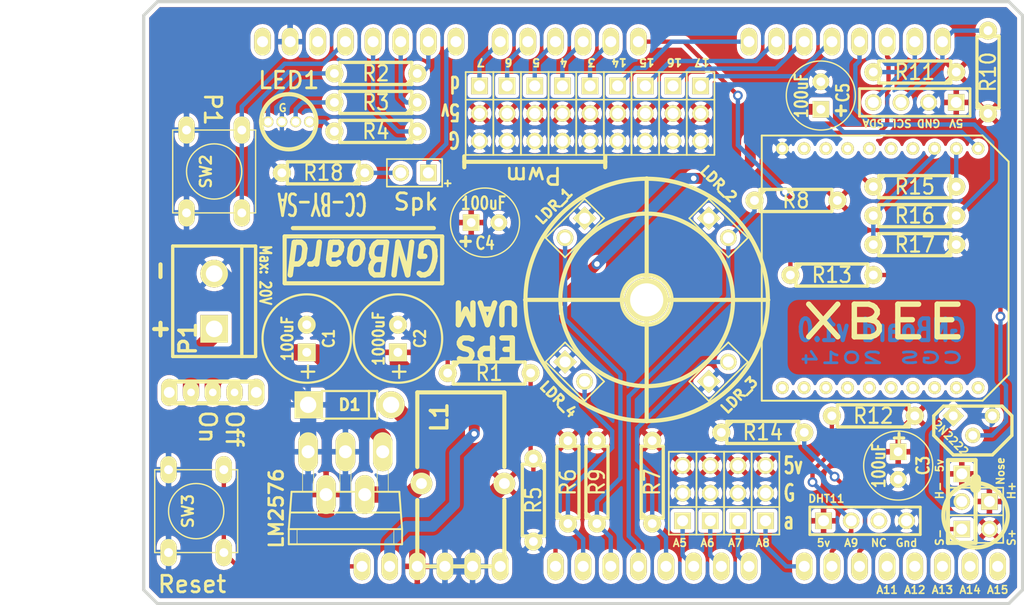
<source format=kicad_pcb>
(kicad_pcb (version 3) (host pcbnew "(2013-june-11)-stable")
  (title_block (title "GNBoard (Shield for Arduino Mega)") (comment 1 "License: CC-BY-SA") (comment 2 "By: Carlos Garcia Saura (Grupo de Neurocomputacion Biologica, EPS-UAM)"))
  (layers (15 CopperTop mixed) (0 CopperBtm mixed) (20 B.SilkS user) (21 F.SilkS user) (22 B.Mask user) (23 F.Mask user) (28 Edge.Cuts user))
  (net 0 "")
  (net 1 +3.3V)
  (net 2 +5V)
  (net 3 +BATT)
  (net 4 BattVolt)
  (net 5 Button1)
  (net 6 Buzzer)
  (net 7 CNY1)
  (net 8 CNY2)
  (net 9 CNY3)
  (net 10 CNY4)
  (net 11 DHTpin)
  (net 12 GND)
  (net 13 I2C_SCL)
  (net 14 I2C_SDA)
  (net 15 LDR1)
  (net 16 LDR2)
  (net 17 LDR3)
  (net 18 LDR4)
  (net 19 LedB)
  (net 20 LedG)
  (net 21 LedR)
  (net 22 N-0000011)
  (net 23 N-0000014)
  (net 24 N-0000016)
  (net 25 N-0000017)
  (net 26 N-0000023)
  (net 27 N-0000024)
  (net 28 N-0000027)
  (net 29 N-0000028)
  (net 30 N-0000037)
  (net 31 N-0000038)
  (net 32 Nose_Vout)
  (net 33 Nose_heat)
  (net 34 ResetB)
  (net 35 Servo1)
  (net 36 Servo2)
  (net 37 Servo3)
  (net 38 Servo4)
  (net 39 Servo5)
  (net 40 V_IR1)
  (net 41 V_IR2)
  (net 42 V_IR3)
  (net 43 V_IR4)
  (net 44 XB_DIN)
  (net 45 XB_DOUT)
  (module ARDUINO_MEGA_SHIELD_040pins_MOD (layer CopperTop) (at 37.5412 75.1078)
    (fp_text reference SHIELD1 hide)
    (fp_text value ARDUINO_MEGA_SHIELD hide)
    (pad 14 thru_hole oval (at 68.58 -50.8 90) (size 2.54 1.524) (drill 1.016) (layers *.Cu *.Mask F.SilkS) (net 7 CNY1))
    (pad 15 thru_hole oval (at 71.12 -50.8 90) (size 2.54 1.524) (drill 1.016) (layers *.Cu *.Mask F.SilkS) (net 8 CNY2))
    (pad 16 thru_hole oval (at 73.66 -50.8 90) (size 2.54 1.524) (drill 1.016) (layers *.Cu *.Mask F.SilkS) (net 9 CNY3))
    (pad 17 thru_hole oval (at 76.2 -50.8 90) (size 2.54 1.524) (drill 1.016) (layers *.Cu *.Mask F.SilkS) (net 10 CNY4))
    (pad 18 thru_hole oval (at 78.74 -50.8 90) (size 2.54 1.524) (drill 1.016) (layers *.Cu *.Mask F.SilkS) (net 44 XB_DIN))
    (pad 19 thru_hole oval (at 81.28 -50.8 90) (size 2.54 1.524) (drill 1.016) (layers *.Cu *.Mask F.SilkS) (net 45 XB_DOUT))
    (pad 20 thru_hole oval (at 83.82 -50.8 90) (size 2.54 1.524) (drill 1.016) (layers *.Cu *.Mask F.SilkS) (net 14 I2C_SDA))
    (pad 21 thru_hole oval (at 86.36 -50.8 90) (size 2.54 1.524) (drill 1.016) (layers *.Cu *.Mask F.SilkS) (net 13 I2C_SCL))
    (pad AD15 thru_hole oval (at 91.44 -2.54 90) (size 2.54 1.524) (drill 1.016) (layers *.Cu *.Mask F.SilkS))
    (pad AD14 thru_hole oval (at 88.9 -2.54 90) (size 2.54 1.524) (drill 1.016) (layers *.Cu *.Mask F.SilkS))
    (pad AD13 thru_hole oval (at 86.36 -2.54 90) (size 2.54 1.524) (drill 1.016) (layers *.Cu *.Mask F.SilkS))
    (pad AD12 thru_hole oval (at 83.82 -2.54 90) (size 2.54 1.524) (drill 1.016) (layers *.Cu *.Mask F.SilkS))
    (pad AD8 thru_hole oval (at 73.66 -2.54 90) (size 2.54 1.524) (drill 1.016) (layers *.Cu *.Mask F.SilkS) (net 43 V_IR4))
    (pad AD7 thru_hole oval (at 68.58 -2.54 90) (size 2.54 1.524) (drill 1.016) (layers *.Cu *.Mask F.SilkS) (net 42 V_IR3))
    (pad AD6 thru_hole oval (at 66.04 -2.54 90) (size 2.54 1.524) (drill 1.016) (layers *.Cu *.Mask F.SilkS) (net 41 V_IR2))
    (pad AD9 thru_hole oval (at 76.2 -2.54 90) (size 2.54 1.524) (drill 1.016) (layers *.Cu *.Mask F.SilkS) (net 11 DHTpin))
    (pad AD10 thru_hole oval (at 78.74 -2.54 90) (size 2.54 1.524) (drill 1.016) (layers *.Cu *.Mask F.SilkS) (net 32 Nose_Vout))
    (pad AD11 thru_hole oval (at 81.28 -2.54 90) (size 2.54 1.524) (drill 1.016) (layers *.Cu *.Mask F.SilkS))
    (pad AD5 thru_hole oval (at 63.5 -2.54 90) (size 2.54 1.524) (drill 1.016) (layers *.Cu *.Mask F.SilkS) (net 40 V_IR1))
    (pad AD4 thru_hole oval (at 60.96 -2.54 90) (size 2.54 1.524) (drill 1.016) (layers *.Cu *.Mask F.SilkS) (net 17 LDR3))
    (pad AD3 thru_hole oval (at 58.42 -2.54 90) (size 2.54 1.524) (drill 1.016) (layers *.Cu *.Mask F.SilkS) (net 16 LDR2))
    (pad AD0 thru_hole oval (at 50.8 -2.54 90) (size 2.54 1.524) (drill 1.016) (layers *.Cu *.Mask F.SilkS) (net 4 BattVolt))
    (pad AD1 thru_hole oval (at 53.34 -2.54 90) (size 2.54 1.524) (drill 1.016) (layers *.Cu *.Mask F.SilkS) (net 18 LDR4))
    (pad AD2 thru_hole oval (at 55.88 -2.54 90) (size 2.54 1.524) (drill 1.016) (layers *.Cu *.Mask F.SilkS) (net 15 LDR1))
    (pad V_IN thru_hole oval (at 45.72 -2.54 90) (size 2.54 1.524) (drill 1.016) (layers *.Cu *.Mask F.SilkS))
    (pad GND2 thru_hole oval (at 43.18 -2.54 90) (size 2.54 1.524) (drill 1.016) (layers *.Cu *.Mask F.SilkS) (net 12 GND))
    (pad GND1 thru_hole oval (at 40.64 -2.54 90) (size 2.54 1.524) (drill 1.016) (layers *.Cu *.Mask F.SilkS) (net 12 GND))
    (pad 3V3 thru_hole oval (at 35.56 -2.54 90) (size 2.54 1.524) (drill 1.016) (layers *.Cu *.Mask F.SilkS) (net 1 +3.3V))
    (pad RST thru_hole oval (at 33.02 -2.54 90) (size 2.54 1.524) (drill 1.016) (layers *.Cu *.Mask F.SilkS) (net 34 ResetB))
    (pad 2 thru_hole oval (at 58.42 -50.8 90) (size 2.54 1.524) (drill 1.016) (layers *.Cu *.Mask F.SilkS) (net 33 Nose_heat))
    (pad 3 thru_hole oval (at 55.88 -50.8 90) (size 2.54 1.524) (drill 1.016) (layers *.Cu *.Mask F.SilkS) (net 39 Servo5))
    (pad 4 thru_hole oval (at 53.34 -50.8 90) (size 2.54 1.524) (drill 1.016) (layers *.Cu *.Mask F.SilkS) (net 38 Servo4))
    (pad 5 thru_hole oval (at 50.8 -50.8 90) (size 2.54 1.524) (drill 1.016) (layers *.Cu *.Mask F.SilkS) (net 37 Servo3))
    (pad 6 thru_hole oval (at 48.26 -50.8 90) (size 2.54 1.524) (drill 1.016) (layers *.Cu *.Mask F.SilkS) (net 36 Servo2))
    (pad 7 thru_hole oval (at 45.72 -50.8 90) (size 2.54 1.524) (drill 1.016) (layers *.Cu *.Mask F.SilkS) (net 35 Servo1))
    (pad 8 thru_hole oval (at 41.656 -50.8 90) (size 2.54 1.524) (drill 1.016) (layers *.Cu *.Mask F.SilkS) (net 6 Buzzer))
    (pad 9 thru_hole oval (at 39.116 -50.8 90) (size 2.54 1.524) (drill 1.016) (layers *.Cu *.Mask F.SilkS) (net 21 LedR))
    (pad 10 thru_hole oval (at 36.576 -50.8 90) (size 2.54 1.524) (drill 1.016) (layers *.Cu *.Mask F.SilkS) (net 20 LedG))
    (pad 11 thru_hole oval (at 34.036 -50.8 90) (size 2.54 1.524) (drill 1.016) (layers *.Cu *.Mask F.SilkS) (net 19 LedB))
    (pad 12 thru_hole oval (at 31.496 -50.8 90) (size 2.54 1.524) (drill 1.016) (layers *.Cu *.Mask F.SilkS) (net 5 Button1))
    (pad 13 thru_hole oval (at 28.956 -50.8 90) (size 2.54 1.524) (drill 1.016) (layers *.Cu *.Mask F.SilkS))
    (pad GND3 thru_hole oval (at 26.416 -50.8 90) (size 2.54 1.524) (drill 1.016) (layers *.Cu *.Mask F.SilkS) (net 12 GND))
    (pad AREF thru_hole oval (at 23.876 -50.8 90) (size 2.54 1.524) (drill 1.016) (layers *.Cu *.Mask F.SilkS))
    (pad 5V thru_hole oval (at 38.1 -2.54 90) (size 2.54 1.524) (drill 1.016) (layers *.Cu *.Mask F.SilkS) (net 2 +5V))
  )
  (module DO41_3 (layer CopperTop) (at 69.4182 57.7088)
    (fp_text reference D1 (at 0 0) (layer F.SilkS) (effects (font (size 1.016 1.016) (thickness 0.254))))
    (fp_text value 1N5822 hide)
    (pad 1 thru_hole rect (at -3.81 0) (size 2.5 2.5) (drill 1.5) (layers *.Cu *.Mask F.SilkS) (net 12 GND))
    (pad 2 thru_hole circle (at 3.81 0) (size 2.5 2.5) (drill 1.5) (layers *.Cu *.Mask F.SilkS) (net 26 N-0000023))
  )
  (module bornier2 (layer CopperTop) (at 56.9722 48.1838 90)
    (fp_text reference P1 (at -3.429 -2.413 90) (layer F.SilkS) (effects (font (size 1.524 1.524) (thickness 0.3048))))
    (fp_text value Battery hide)
    (pad 1 thru_hole rect (at -2.54 0 90) (size 2.54 2.54) (drill 1.524) (layers *.Cu *.Mask F.SilkS) (net 27 N-0000024))
    (pad 2 thru_hole circle (at 2.54 0 90) (size 2.54 2.54) (drill 1.524) (layers *.Cu *.Mask F.SilkS) (net 12 GND))
  )
  (module R3-LARGE_PADS (layer CopperTop) (at 82.2452 54.7878)
    (fp_text reference R1 (at 0 0) (layer F.SilkS) (effects (font (size 1.397 1.27) (thickness 0.2032))))
    (fp_text value 62k hide)
    (pad 1 thru_hole circle (at -3.81 0) (size 1.651 1.651) (drill 0.8128) (layers *.Cu *.Mask F.SilkS) (net 3 +BATT))
    (pad 2 thru_hole circle (at 3.81 0) (size 1.651 1.651) (drill 0.8128) (layers *.Cu *.Mask F.SilkS) (net 4 BattVolt))
  )
  (module R3-LARGE_PADS (layer CopperTop) (at 71.8312 27.2288 180)
    (fp_text reference R2 (at 0 0 180) (layer F.SilkS) (effects (font (size 1.397 1.27) (thickness 0.2032))))
    (fp_text value 330 hide)
    (pad 1 thru_hole circle (at -3.81 0 180) (size 1.651 1.651) (drill 0.8128) (layers *.Cu *.Mask F.SilkS) (net 21 LedR))
    (pad 2 thru_hole circle (at 3.81 0 180) (size 1.651 1.651) (drill 0.8128) (layers *.Cu *.Mask F.SilkS) (net 25 N-0000017))
  )
  (module R3-LARGE_PADS (layer CopperTop) (at 71.8312 29.8958 180)
    (fp_text reference R3 (at 0 0 180) (layer F.SilkS) (effects (font (size 1.397 1.27) (thickness 0.2032))))
    (fp_text value 330 hide)
    (pad 1 thru_hole circle (at -3.81 0 180) (size 1.651 1.651) (drill 0.8128) (layers *.Cu *.Mask F.SilkS) (net 20 LedG))
    (pad 2 thru_hole circle (at 3.81 0 180) (size 1.651 1.651) (drill 0.8128) (layers *.Cu *.Mask F.SilkS) (net 22 N-0000011))
  )
  (module R3-LARGE_PADS (layer CopperTop) (at 71.8312 32.5628 180)
    (fp_text reference R4 (at 0 0 180) (layer F.SilkS) (effects (font (size 1.397 1.27) (thickness 0.2032))))
    (fp_text value 330 hide)
    (pad 1 thru_hole circle (at -3.81 0 180) (size 1.651 1.651) (drill 0.8128) (layers *.Cu *.Mask F.SilkS) (net 19 LedB))
    (pad 2 thru_hole circle (at 3.81 0 180) (size 1.651 1.651) (drill 0.8128) (layers *.Cu *.Mask F.SilkS) (net 24 N-0000016))
  )
  (module R3-LARGE_PADS (layer CopperTop) (at 86.3092 66.4718 270)
    (fp_text reference R5 (at 0 0 270) (layer F.SilkS) (effects (font (size 1.397 1.27) (thickness 0.2032))))
    (fp_text value 20k hide)
    (pad 1 thru_hole circle (at -3.81 0 270) (size 1.651 1.651) (drill 0.8128) (layers *.Cu *.Mask F.SilkS) (net 4 BattVolt))
    (pad 2 thru_hole circle (at 3.81 0 270) (size 1.651 1.651) (drill 0.8128) (layers *.Cu *.Mask F.SilkS) (net 12 GND))
  )
  (module R3-LARGE_PADS (layer CopperTop) (at 89.4842 64.8208 90)
    (fp_text reference R6 (at 0 0 90) (layer F.SilkS) (effects (font (size 1.397 1.27) (thickness 0.2032))))
    (fp_text value 33k hide)
    (pad 1 thru_hole circle (at -3.81 0 90) (size 1.651 1.651) (drill 0.8128) (layers *.Cu *.Mask F.SilkS) (net 18 LDR4))
    (pad 2 thru_hole circle (at 3.81 0 90) (size 1.651 1.651) (drill 0.8128) (layers *.Cu *.Mask F.SilkS) (net 2 +5V))
  )
  (module R3-LARGE_PADS (layer CopperTop) (at 97.2312 64.8208 90)
    (fp_text reference R7 (at 0 0 90) (layer F.SilkS) (effects (font (size 1.397 1.27) (thickness 0.2032))))
    (fp_text value 33k hide)
    (pad 1 thru_hole circle (at -3.81 0 90) (size 1.651 1.651) (drill 0.8128) (layers *.Cu *.Mask F.SilkS) (net 17 LDR3))
    (pad 2 thru_hole circle (at 3.81 0 90) (size 1.651 1.651) (drill 0.8128) (layers *.Cu *.Mask F.SilkS) (net 2 +5V))
  )
  (module R3-LARGE_PADS (layer CopperTop) (at 110.4392 38.9128)
    (fp_text reference R8 (at 0 0) (layer F.SilkS) (effects (font (size 1.397 1.27) (thickness 0.2032))))
    (fp_text value 33k hide)
    (pad 1 thru_hole circle (at -3.81 0) (size 1.651 1.651) (drill 0.8128) (layers *.Cu *.Mask F.SilkS) (net 16 LDR2))
    (pad 2 thru_hole circle (at 3.81 0) (size 1.651 1.651) (drill 0.8128) (layers *.Cu *.Mask F.SilkS) (net 2 +5V))
  )
  (module R3-LARGE_PADS (layer CopperTop) (at 92.1512 64.8208 90)
    (fp_text reference R9 (at 0 0 90) (layer F.SilkS) (effects (font (size 1.397 1.27) (thickness 0.2032))))
    (fp_text value 33k hide)
    (pad 1 thru_hole circle (at -3.81 0 90) (size 1.651 1.651) (drill 0.8128) (layers *.Cu *.Mask F.SilkS) (net 15 LDR1))
    (pad 2 thru_hole circle (at 3.81 0 90) (size 1.651 1.651) (drill 0.8128) (layers *.Cu *.Mask F.SilkS) (net 2 +5V))
  )
  (module PIN_ARRAY_3X1 (layer CopperTop) (at 100.0252 65.8368 90)
    (fp_text reference K1 hide)
    (fp_text value IR1 hide)
    (pad 1 thru_hole rect (at -2.54 0 90) (size 1.524 1.524) (drill 1.016) (layers *.Cu *.Mask F.SilkS) (net 40 V_IR1))
    (pad 2 thru_hole circle (at 0 0 90) (size 1.524 1.524) (drill 1.016) (layers *.Cu *.Mask F.SilkS) (net 12 GND))
    (pad 3 thru_hole circle (at 2.54 0 90) (size 1.524 1.524) (drill 1.016) (layers *.Cu *.Mask F.SilkS) (net 2 +5V))
  )
  (module PIN_ARRAY_3X1 (layer CopperTop) (at 102.5652 65.8368 90)
    (fp_text reference K2 hide)
    (fp_text value IR2 hide)
    (pad 1 thru_hole rect (at -2.54 0 90) (size 1.524 1.524) (drill 1.016) (layers *.Cu *.Mask F.SilkS) (net 41 V_IR2))
    (pad 2 thru_hole circle (at 0 0 90) (size 1.524 1.524) (drill 1.016) (layers *.Cu *.Mask F.SilkS) (net 12 GND))
    (pad 3 thru_hole circle (at 2.54 0 90) (size 1.524 1.524) (drill 1.016) (layers *.Cu *.Mask F.SilkS) (net 2 +5V))
  )
  (module PIN_ARRAY_2X1 (layer CopperTop) (at 75.3872 36.3728 180)
    (fp_text reference P3 hide)
    (fp_text value Spk (at -0.127 -2.667 180) (layer F.SilkS) (effects (font (size 1.524 1.524) (thickness 0.25))))
    (pad 1 thru_hole rect (at -1.27 0 180) (size 1.524 1.524) (drill 1.016) (layers *.Cu *.Mask F.SilkS) (net 6 Buzzer))
    (pad 2 thru_hole circle (at 1.27 0 180) (size 1.524 1.524) (drill 1.016) (layers *.Cu *.Mask F.SilkS) (net 23 N-0000014))
  )
  (module PIN_ARRAY_3X1 (layer CopperTop) (at 81.3562 30.9118 270)
    (fp_text reference K3 hide)
    (fp_text value SERVO_1 hide)
    (pad 1 thru_hole rect (at -2.54 0 270) (size 1.524 1.524) (drill 1.016) (layers *.Cu *.Mask F.SilkS) (net 35 Servo1))
    (pad 2 thru_hole circle (at 0 0 270) (size 1.524 1.524) (drill 1.016) (layers *.Cu *.Mask F.SilkS) (net 2 +5V))
    (pad 3 thru_hole circle (at 2.54 0 270) (size 1.524 1.524) (drill 1.016) (layers *.Cu *.Mask F.SilkS) (net 12 GND))
  )
  (module PIN_ARRAY_3X1 (layer CopperTop) (at 83.8962 30.9118 270)
    (fp_text reference K4 hide)
    (fp_text value SERVO_2 hide)
    (pad 1 thru_hole rect (at -2.54 0 270) (size 1.524 1.524) (drill 1.016) (layers *.Cu *.Mask F.SilkS) (net 36 Servo2))
    (pad 2 thru_hole circle (at 0 0 270) (size 1.524 1.524) (drill 1.016) (layers *.Cu *.Mask F.SilkS) (net 2 +5V))
    (pad 3 thru_hole circle (at 2.54 0 270) (size 1.524 1.524) (drill 1.016) (layers *.Cu *.Mask F.SilkS) (net 12 GND))
  )
  (module PIN_ARRAY_3X1 (layer CopperTop) (at 86.4362 30.9118 270)
    (fp_text reference K5 hide)
    (fp_text value SERVO_3 hide)
    (pad 1 thru_hole rect (at -2.54 0 270) (size 1.524 1.524) (drill 1.016) (layers *.Cu *.Mask F.SilkS) (net 37 Servo3))
    (pad 2 thru_hole circle (at 0 0 270) (size 1.524 1.524) (drill 1.016) (layers *.Cu *.Mask F.SilkS) (net 2 +5V))
    (pad 3 thru_hole circle (at 2.54 0 270) (size 1.524 1.524) (drill 1.016) (layers *.Cu *.Mask F.SilkS) (net 12 GND))
  )
  (module PIN_ARRAY_3X1 (layer CopperTop) (at 88.9762 30.9118 270)
    (fp_text reference K6 hide)
    (fp_text value SERVO_4 hide)
    (pad 1 thru_hole rect (at -2.54 0 270) (size 1.524 1.524) (drill 1.016) (layers *.Cu *.Mask F.SilkS) (net 38 Servo4))
    (pad 2 thru_hole circle (at 0 0 270) (size 1.524 1.524) (drill 1.016) (layers *.Cu *.Mask F.SilkS) (net 2 +5V))
    (pad 3 thru_hole circle (at 2.54 0 270) (size 1.524 1.524) (drill 1.016) (layers *.Cu *.Mask F.SilkS) (net 12 GND))
  )
  (module PIN_ARRAY_3X1 (layer CopperTop) (at 91.5162 30.9118 270)
    (fp_text reference K7 hide)
    (fp_text value SERVO_5 hide)
    (pad 1 thru_hole rect (at -2.54 0 270) (size 1.524 1.524) (drill 1.016) (layers *.Cu *.Mask F.SilkS) (net 39 Servo5))
    (pad 2 thru_hole circle (at 0 0 270) (size 1.524 1.524) (drill 1.016) (layers *.Cu *.Mask F.SilkS) (net 2 +5V))
    (pad 3 thru_hole circle (at 2.54 0 270) (size 1.524 1.524) (drill 1.016) (layers *.Cu *.Mask F.SilkS) (net 12 GND))
  )
  (module PIN_ARRAY_3X1 (layer CopperTop) (at 105.1052 65.8368 90)
    (fp_text reference K9 hide)
    (fp_text value IR3 hide)
    (pad 1 thru_hole rect (at -2.54 0 90) (size 1.524 1.524) (drill 1.016) (layers *.Cu *.Mask F.SilkS) (net 42 V_IR3))
    (pad 2 thru_hole circle (at 0 0 90) (size 1.524 1.524) (drill 1.016) (layers *.Cu *.Mask F.SilkS) (net 12 GND))
    (pad 3 thru_hole circle (at 2.54 0 90) (size 1.524 1.524) (drill 1.016) (layers *.Cu *.Mask F.SilkS) (net 2 +5V))
  )
  (module PIN_ARRAY_3X1 (layer CopperTop) (at 107.6452 65.8368 90)
    (fp_text reference K10 hide)
    (fp_text value IR4 hide)
    (pad 1 thru_hole rect (at -2.54 0 90) (size 1.524 1.524) (drill 1.016) (layers *.Cu *.Mask F.SilkS) (net 43 V_IR4))
    (pad 2 thru_hole circle (at 0 0 90) (size 1.524 1.524) (drill 1.016) (layers *.Cu *.Mask F.SilkS) (net 12 GND))
    (pad 3 thru_hole circle (at 2.54 0 90) (size 1.524 1.524) (drill 1.016) (layers *.Cu *.Mask F.SilkS) (net 2 +5V))
  )
  (module PIN_ARRAY_4x1 (layer CopperTop) (at 121.3612 29.8958 180)
    (fp_text reference P4 hide)
    (fp_text value I2C_1 hide)
    (pad 1 thru_hole rect (at -3.81 0 180) (size 1.524 1.524) (drill 1.016) (layers *.Cu *.Mask F.SilkS) (net 2 +5V))
    (pad 2 thru_hole circle (at -1.27 0 180) (size 1.524 1.524) (drill 1.016) (layers *.Cu *.Mask F.SilkS) (net 12 GND))
    (pad 3 thru_hole circle (at 1.27 0 180) (size 1.524 1.524) (drill 1.016) (layers *.Cu *.Mask F.SilkS) (net 13 I2C_SCL))
    (pad 4 thru_hole circle (at 3.81 0 180) (size 1.524 1.524) (drill 1.016) (layers *.Cu *.Mask F.SilkS) (net 14 I2C_SDA))
  )
  (module R3-LARGE_PADS (layer CopperTop) (at 128.0922 27.1018 90)
    (fp_text reference R10 (at 0 0 90) (layer F.SilkS) (effects (font (size 1.397 1.27) (thickness 0.2032))))
    (fp_text value R hide)
    (pad 1 thru_hole circle (at -3.81 0 90) (size 1.651 1.651) (drill 0.8128) (layers *.Cu *.Mask F.SilkS) (net 2 +5V))
    (pad 2 thru_hole circle (at 3.81 0 90) (size 1.651 1.651) (drill 0.8128) (layers *.Cu *.Mask F.SilkS) (net 13 I2C_SCL))
  )
  (module R3-LARGE_PADS (layer CopperTop) (at 121.3612 27.1018 180)
    (fp_text reference R11 (at 0 0 180) (layer F.SilkS) (effects (font (size 1.397 1.27) (thickness 0.2032))))
    (fp_text value R hide)
    (pad 1 thru_hole circle (at -3.81 0 180) (size 1.651 1.651) (drill 0.8128) (layers *.Cu *.Mask F.SilkS) (net 2 +5V))
    (pad 2 thru_hole circle (at 3.81 0 180) (size 1.651 1.651) (drill 0.8128) (layers *.Cu *.Mask F.SilkS) (net 14 I2C_SDA))
  )
  (module PIN_ARRAY_3X1 (layer CopperTop) (at 94.0562 30.9118 270)
    (fp_text reference K11 hide)
    (fp_text value CNY_1 hide)
    (pad 1 thru_hole rect (at -2.54 0 270) (size 1.524 1.524) (drill 1.016) (layers *.Cu *.Mask F.SilkS) (net 7 CNY1))
    (pad 2 thru_hole circle (at 0 0 270) (size 1.524 1.524) (drill 1.016) (layers *.Cu *.Mask F.SilkS) (net 2 +5V))
    (pad 3 thru_hole circle (at 2.54 0 270) (size 1.524 1.524) (drill 1.016) (layers *.Cu *.Mask F.SilkS) (net 12 GND))
  )
  (module PIN_ARRAY_3X1 (layer CopperTop) (at 96.5962 30.9118 270)
    (fp_text reference K12 hide)
    (fp_text value CNY_2 hide)
    (pad 1 thru_hole rect (at -2.54 0 270) (size 1.524 1.524) (drill 1.016) (layers *.Cu *.Mask F.SilkS) (net 8 CNY2))
    (pad 2 thru_hole circle (at 0 0 270) (size 1.524 1.524) (drill 1.016) (layers *.Cu *.Mask F.SilkS) (net 2 +5V))
    (pad 3 thru_hole circle (at 2.54 0 270) (size 1.524 1.524) (drill 1.016) (layers *.Cu *.Mask F.SilkS) (net 12 GND))
  )
  (module PIN_ARRAY_3X1 (layer CopperTop) (at 99.1362 30.9118 270)
    (fp_text reference K13 hide)
    (fp_text value CNY_3 hide)
    (pad 1 thru_hole rect (at -2.54 0 270) (size 1.524 1.524) (drill 1.016) (layers *.Cu *.Mask F.SilkS) (net 9 CNY3))
    (pad 2 thru_hole circle (at 0 0 270) (size 1.524 1.524) (drill 1.016) (layers *.Cu *.Mask F.SilkS) (net 2 +5V))
    (pad 3 thru_hole circle (at 2.54 0 270) (size 1.524 1.524) (drill 1.016) (layers *.Cu *.Mask F.SilkS) (net 12 GND))
  )
  (module PIN_ARRAY_3X1 (layer CopperTop) (at 101.6762 30.9118 270)
    (fp_text reference K14 hide)
    (fp_text value CNY_4 hide)
    (pad 1 thru_hole rect (at -2.54 0 270) (size 1.524 1.524) (drill 1.016) (layers *.Cu *.Mask F.SilkS) (net 10 CNY4))
    (pad 2 thru_hole circle (at 0 0 270) (size 1.524 1.524) (drill 1.016) (layers *.Cu *.Mask F.SilkS) (net 2 +5V))
    (pad 3 thru_hole circle (at 2.54 0 270) (size 1.524 1.524) (drill 1.016) (layers *.Cu *.Mask F.SilkS) (net 12 GND))
  )
  (module C1V7 (layer CopperTop) (at 119.8372 63.2968 270)
    (fp_text reference C3 (at 0 -2.286 270) (layer F.SilkS) (effects (font (size 1.143 0.889) (thickness 0.2032))))
    (fp_text value 100uF (at 0 1.778 270) (layer F.SilkS) (effects (font (size 1.143 0.889) (thickness 0.2032))))
    (fp_text user + (at -2.54 0 270) (layer F.SilkS) (effects (font (size 1.143 1.143) (thickness 0.3048))))
    (pad 1 thru_hole rect (at -1.27 0 270) (size 1.524 1.524) (drill 0.8128) (layers *.Cu *.Mask F.SilkS) (net 2 +5V))
    (pad 2 thru_hole circle (at 1.27 0 270) (size 1.524 1.524) (drill 0.8128) (layers *.Cu *.Mask F.SilkS) (net 12 GND))
  )
  (module C1V8 (layer CopperTop) (at 73.8632 51.6128 90)
    (fp_text reference C2 (at 0 2.032 90) (layer F.SilkS) (effects (font (size 1.016 0.889) (thickness 0.2032))))
    (fp_text value 1000uF (at 0 -1.77546 90) (layer F.SilkS) (effects (font (size 1.016 0.889) (thickness 0.2032))))
    (fp_text user + (at -3.04546 0 90) (layer F.SilkS) (effects (font (size 1.524 1.524) (thickness 0.2032))))
    (pad 1 thru_hole rect (at -1.27 0 90) (size 1.651 1.651) (drill 0.8128) (layers *.Cu *.Mask F.SilkS) (net 2 +5V))
    (pad 2 thru_hole circle (at 1.27 0 90) (size 1.651 1.651) (drill 0.8128) (layers *.Cu *.Mask F.SilkS) (net 12 GND))
  )
  (module SW_PUSH_SMALL (layer CopperTop) (at 55.3212 67.4878 90)
    (fp_text reference SW3 (at 0 -0.762 90) (layer F.SilkS) (effects (font (size 1.016 1.016) (thickness 0.2032))))
    (fp_text value SW_PUSH hide)
    (pad 1 thru_hole oval (at 3.81 -2.54 90) (size 2.5 1.5) (drill 0.8128) (layers *.Cu *.Mask F.SilkS) (net 12 GND))
    (pad 2 thru_hole oval (at 3.81 2.54 90) (size 2.5 1.5) (drill 0.8128) (layers *.Cu *.Mask F.SilkS) (net 34 ResetB))
    (pad 1 thru_hole oval (at -3.81 -2.54 90) (size 2.5 1.5) (drill 0.8128) (layers *.Cu *.Mask F.SilkS) (net 12 GND))
    (pad 2 thru_hole oval (at -3.81 2.54 90) (size 2.5 1.5) (drill 0.8128) (layers *.Cu *.Mask F.SilkS) (net 34 ResetB))
  )
  (module SW_PUSH_SMALL (layer CopperTop) (at 56.9722 36.2458 90)
    (fp_text reference SW2 (at 0 -0.762 90) (layer F.SilkS) (effects (font (size 1.016 1.016) (thickness 0.2032))))
    (fp_text value SW_PUSH hide)
    (pad 1 thru_hole oval (at 3.81 -2.54 90) (size 2.5 1.5) (drill 0.8128) (layers *.Cu *.Mask F.SilkS) (net 12 GND))
    (pad 2 thru_hole oval (at 3.81 2.54 90) (size 2.5 1.5) (drill 0.8128) (layers *.Cu *.Mask F.SilkS) (net 5 Button1))
    (pad 1 thru_hole oval (at -3.81 -2.54 90) (size 2.5 1.5) (drill 0.8128) (layers *.Cu *.Mask F.SilkS) (net 12 GND))
    (pad 2 thru_hole oval (at -3.81 2.54 90) (size 2.5 1.5) (drill 0.8128) (layers *.Cu *.Mask F.SilkS) (net 5 Button1))
  )
  (module C1V8 (layer CopperTop) (at 65.4812 51.6128 90)
    (fp_text reference C1 (at 0 2.032 90) (layer F.SilkS) (effects (font (size 1.016 0.889) (thickness 0.2032))))
    (fp_text value 100uF (at 0 -1.77546 90) (layer F.SilkS) (effects (font (size 1.016 0.889) (thickness 0.2032))))
    (fp_text user + (at -3.04546 0 90) (layer F.SilkS) (effects (font (size 1.524 1.524) (thickness 0.2032))))
    (pad 1 thru_hole rect (at -1.27 0 90) (size 1.651 1.651) (drill 0.8128) (layers *.Cu *.Mask F.SilkS) (net 3 +BATT))
    (pad 2 thru_hole circle (at 1.27 0 90) (size 1.651 1.651) (drill 0.8128) (layers *.Cu *.Mask F.SilkS) (net 12 GND))
  )
  (module switch_power_custom (layer CopperTop) (at 56.8452 56.5658)
    (fp_text reference SW1 hide)
    (fp_text value PowerSwitch hide)
    (pad 1 thru_hole oval (at -2 0) (size 1.5 2) (drill 0.7) (layers *.Cu *.Mask F.SilkS) (net 27 N-0000024))
    (pad 2 thru_hole oval (at 0 0) (size 1.5 2) (drill 0.7) (layers *.Cu *.Mask F.SilkS) (net 3 +BATT))
    (pad 3 thru_hole oval (at 2 0) (size 1.5 2) (drill 0.7) (layers *.Cu *.Mask F.SilkS))
    (pad "" thru_hole oval (at 4 0) (size 1.5 2.5) (drill 1) (layers *.Cu *.Mask F.SilkS))
    (pad "" thru_hole oval (at -4 0) (size 1.5 2.5) (drill 1) (layers *.Cu *.Mask F.SilkS))
  )
  (module LED5_RGB_long (layer CopperTop) (at 63.8302 31.6738)
    (fp_text reference LED1 (at 0 -3.81) (layer F.SilkS) (effects (font (size 1.524 1.524) (thickness 0.25))))
    (fp_text value LED_RCGB hide)
    (pad 1 thru_hole circle (at -1.905 0) (size 1.00076 1.00076) (drill 0.70104) (layers *.Cu *.Mask F.SilkS) (net 25 N-0000017))
    (pad 2 thru_hole circle (at -0.635 0) (size 1.00076 1.00076) (drill 0.70104) (layers *.Cu *.Mask F.SilkS) (net 12 GND))
    (pad 3 thru_hole circle (at 0.635 0) (size 1.00076 1.00076) (drill 0.70104) (layers *.Cu *.Mask F.SilkS) (net 22 N-0000011))
    (pad 4 thru_hole circle (at 1.905 0) (size 1.00076 1.00076) (drill 0.70104) (layers *.Cu *.Mask F.SilkS) (net 24 N-0000016))
  )
  (module Choke_Toroid_8x16mm_Vertical (layer CopperTop) (at 83.6422 72.5678 90)
    (fp_text reference L1 (at 13.716 -5.969 90) (layer F.SilkS) (effects (font (size 1.524 1.524) (thickness 0.3048))))
    (fp_text value 100uH hide)
    (pad 1 thru_hole circle (at 7.62 0 90) (size 1.99898 1.99898) (drill 1.00076) (layers *.Cu *.Mask F.SilkS) (net 2 +5V))
    (pad 2 thru_hole circle (at 7.62 -7.62 90) (size 1.99898 1.99898) (drill 1.00076) (layers *.Cu *.Mask F.SilkS) (net 26 N-0000023))
  )
  (module C1V7 (layer CopperTop) (at 112.7252 29.2608 90)
    (fp_text reference C5 (at 0.254 2.032 90) (layer F.SilkS) (effects (font (size 1.143 0.889) (thickness 0.2032))))
    (fp_text value 100uF (at 0 -1.778 90) (layer F.SilkS) (effects (font (size 1.143 0.889) (thickness 0.2032))))
    (fp_text user + (at -1.397 1.778 90) (layer F.SilkS) (effects (font (size 1.143 1.143) (thickness 0.3048))))
    (pad 1 thru_hole rect (at -1.27 0 90) (size 1.524 1.524) (drill 0.8128) (layers *.Cu *.Mask F.SilkS) (net 1 +3.3V))
    (pad 2 thru_hole circle (at 1.27 0 90) (size 1.524 1.524) (drill 0.8128) (layers *.Cu *.Mask F.SilkS) (net 12 GND))
  )
  (module R3-LARGE_PADS (layer CopperTop) (at 121.3612 40.3098 180)
    (fp_text reference R16 (at 0 0 180) (layer F.SilkS) (effects (font (size 1.397 1.27) (thickness 0.2032))))
    (fp_text value 4k7 hide)
    (pad 1 thru_hole circle (at -3.81 0 180) (size 1.651 1.651) (drill 0.8128) (layers *.Cu *.Mask F.SilkS) (net 44 XB_DIN))
    (pad 2 thru_hole circle (at 3.81 0 180) (size 1.651 1.651) (drill 0.8128) (layers *.Cu *.Mask F.SilkS) (net 28 N-0000027))
  )
  (module R3-LARGE_PADS (layer CopperTop) (at 121.3612 42.9768 180)
    (fp_text reference R17 (at 0 0 180) (layer F.SilkS) (effects (font (size 1.397 1.27) (thickness 0.2032))))
    (fp_text value 7k5 hide)
    (pad 1 thru_hole circle (at -3.81 0 180) (size 1.651 1.651) (drill 0.8128) (layers *.Cu *.Mask F.SilkS) (net 12 GND))
    (pad 2 thru_hole circle (at 3.81 0 180) (size 1.651 1.651) (drill 0.8128) (layers *.Cu *.Mask F.SilkS) (net 28 N-0000027))
  )
  (module R3-LARGE_PADS (layer CopperTop) (at 121.3612 37.6428)
    (fp_text reference R15 (at 0 0) (layer F.SilkS) (effects (font (size 1.397 1.27) (thickness 0.2032))))
    (fp_text value 4k7 hide)
    (pad 1 thru_hole circle (at -3.81 0) (size 1.651 1.651) (drill 0.8128) (layers *.Cu *.Mask F.SilkS) (net 45 XB_DOUT))
    (pad 2 thru_hole circle (at 3.81 0) (size 1.651 1.651) (drill 0.8128) (layers *.Cu *.Mask F.SilkS) (net 29 N-0000028))
  )
  (module R3-LARGE_PADS (layer CopperTop) (at 67.0052 36.3728 180)
    (fp_text reference R18 (at 0 0 180) (layer F.SilkS) (effects (font (size 1.397 1.27) (thickness 0.2032))))
    (fp_text value 47 hide)
    (pad 1 thru_hole circle (at -3.81 0 180) (size 1.651 1.651) (drill 0.8128) (layers *.Cu *.Mask F.SilkS) (net 23 N-0000014))
    (pad 2 thru_hole circle (at 3.81 0 180) (size 1.651 1.651) (drill 0.8128) (layers *.Cu *.Mask F.SilkS) (net 12 GND))
  )
  (module v-reg-L200S (layer CopperTop) (at 69.0372 70.5358 180)
    (fp_text reference U1 hide)
    (fp_text value LM2576 (at 6.35 3.302 270) (layer F.SilkS) (effects (font (size 1.27 1.27) (thickness 0.25))))
    (pad 1 thru_hole oval (at -3.429 8.509 180) (size 1.7907 3.5814) (drill 1.1938) (layers *.Cu *.Mask F.SilkS) (net 3 +BATT))
    (pad 2 thru_hole oval (at -1.778 4.572 180) (size 1.7907 3.5814) (drill 1.1938) (layers *.Cu *.Mask F.SilkS) (net 26 N-0000023))
    (pad 3 thru_hole oval (at 0 8.509 180) (size 1.7907 3.5814) (drill 1.1938) (layers *.Cu *.Mask F.SilkS) (net 12 GND))
    (pad 4 thru_hole oval (at 1.778 4.572 180) (size 1.7907 3.5814) (drill 1.1938) (layers *.Cu *.Mask F.SilkS) (net 2 +5V))
    (pad 5 thru_hole oval (at 3.429 8.509 180) (size 1.7907 3.5814) (drill 1.1938) (layers *.Cu *.Mask F.SilkS) (net 12 GND))
  )
  (module xbee_r1-XBEE (layer CopperTop) (at 118.1862 45.1358 270)
    (fp_text reference M1 hide)
    (fp_text value XBEE (at 4.953 -0.381 360) (layer F.SilkS) (effects (font (size 3 4) (thickness 0.5))))
    (pad 1 thru_hole circle (at -11 -9 270) (size 1.1684 1.1684) (drill 0.6604) (layers *.Cu *.Mask F.SilkS) (net 1 +3.3V))
    (pad 2 thru_hole circle (at -10.9982 -6.9977 270) (size 1.1684 1.1684) (drill 0.6604) (layers *.Cu *.Mask F.SilkS) (net 29 N-0000028))
    (pad 3 thru_hole circle (at -10.9982 -4.99872 270) (size 1.1684 1.1684) (drill 0.6604) (layers *.Cu *.Mask F.SilkS) (net 28 N-0000027))
    (pad 4 thru_hole circle (at -10.9982 -2.99974 270) (size 1.1684 1.1684) (drill 0.6604) (layers *.Cu *.Mask F.SilkS))
    (pad 5 thru_hole circle (at -10.9982 -0.99822 270) (size 1.1684 1.1684) (drill 0.6604) (layers *.Cu *.Mask F.SilkS))
    (pad 6 thru_hole circle (at -10.9982 0.99822 270) (size 1.1684 1.1684) (drill 0.6604) (layers *.Cu *.Mask F.SilkS))
    (pad 7 thru_hole circle (at -10.9982 2.99974 270) (size 1.1684 1.1684) (drill 0.6604) (layers *.Cu *.Mask F.SilkS))
    (pad 8 thru_hole circle (at -10.9982 4.99872 270) (size 1.1684 1.1684) (drill 0.6604) (layers *.Cu *.Mask F.SilkS))
    (pad 9 thru_hole circle (at -10.9982 6.9977 270) (size 1.1684 1.1684) (drill 0.6604) (layers *.Cu *.Mask F.SilkS))
    (pad 10 thru_hole circle (at -10.9982 8.99922 270) (size 1.1684 1.1684) (drill 0.6604) (layers *.Cu *.Mask F.SilkS) (net 12 GND))
    (pad 11 thru_hole circle (at 10.9982 8.99922 270) (size 1.1684 1.1684) (drill 0.6604) (layers *.Cu *.Mask F.SilkS))
    (pad 12 thru_hole circle (at 10.9982 6.9977 270) (size 1.1684 1.1684) (drill 0.6604) (layers *.Cu *.Mask F.SilkS))
    (pad 13 thru_hole circle (at 10.9982 4.99872 270) (size 1.1684 1.1684) (drill 0.6604) (layers *.Cu *.Mask F.SilkS))
    (pad 14 thru_hole circle (at 10.9982 2.99974 270) (size 1.1684 1.1684) (drill 0.6604) (layers *.Cu *.Mask F.SilkS))
    (pad 15 thru_hole circle (at 10.9982 0.99822 270) (size 1.1684 1.1684) (drill 0.6604) (layers *.Cu *.Mask F.SilkS))
    (pad 16 thru_hole circle (at 10.9982 -0.99822 270) (size 1.1684 1.1684) (drill 0.6604) (layers *.Cu *.Mask F.SilkS))
    (pad 17 thru_hole circle (at 10.9982 -2.99974 270) (size 1.1684 1.1684) (drill 0.6604) (layers *.Cu *.Mask F.SilkS))
    (pad 18 thru_hole circle (at 10.9982 -4.99872 270) (size 1.1684 1.1684) (drill 0.6604) (layers *.Cu *.Mask F.SilkS))
    (pad 19 thru_hole circle (at 10.9982 -6.9977 270) (size 1.1684 1.1684) (drill 0.6604) (layers *.Cu *.Mask F.SilkS))
    (pad 20 thru_hole circle (at 10.9982 -8.99922 270) (size 1.1684 1.1684) (drill 0.6604) (layers *.Cu *.Mask F.SilkS))
  )
  (module PIN_ARRAY_2X1 (layer CopperTop) (at 90.1192 54.6608 315)
    (fp_text reference P8 hide)
    (fp_text value LDR_4 (at 0.71842 2.873682 315) (layer F.SilkS) (effects (font (size 0.9 0.9) (thickness 0.225))))
    (pad 1 thru_hole rect (at -1.27 0 315) (size 1.524 1.524) (drill 1.016) (layers *.Cu *.Mask F.SilkS) (net 12 GND))
    (pad 2 thru_hole circle (at 1.27 0 315) (size 1.524 1.524) (drill 1.016) (layers *.Cu *.Mask F.SilkS) (net 18 LDR4))
  )
  (module PIN_ARRAY_2X1 (layer CopperTop) (at 103.3272 54.6608 45)
    (fp_text reference P7 hide)
    (fp_text value LDR_3 (at -0.179605 2.873682 45) (layer F.SilkS) (effects (font (size 0.9 0.9) (thickness 0.225))))
    (pad 1 thru_hole rect (at -1.27 0 45) (size 1.524 1.524) (drill 1.016) (layers *.Cu *.Mask F.SilkS) (net 12 GND))
    (pad 2 thru_hole circle (at 1.27 0 45) (size 1.524 1.524) (drill 1.016) (layers *.Cu *.Mask F.SilkS) (net 17 LDR3))
  )
  (module PIN_ARRAY_2X1 (layer CopperTop) (at 103.3272 41.4528 315)
    (fp_text reference P5 hide)
    (fp_text value LDR_2 (at -2.873682 -2.873682 315) (layer F.SilkS) (effects (font (size 0.9 0.9) (thickness 0.225))))
    (pad 1 thru_hole rect (at -1.27 0 315) (size 1.524 1.524) (drill 1.016) (layers *.Cu *.Mask F.SilkS) (net 12 GND))
    (pad 2 thru_hole circle (at 1.27 0 315) (size 1.524 1.524) (drill 1.016) (layers *.Cu *.Mask F.SilkS) (net 16 LDR2))
  )
  (module PIN_ARRAY_2X1 (layer CopperTop) (at 90.1192 41.4528 225)
    (fp_text reference P2 hide)
    (fp_text value LDR_1 (at -0.089803 2.783879 225) (layer F.SilkS) (effects (font (size 0.9 0.9) (thickness 0.225))))
    (pad 1 thru_hole rect (at -1.27 0 225) (size 1.524 1.524) (drill 1.016) (layers *.Cu *.Mask F.SilkS) (net 12 GND))
    (pad 2 thru_hole circle (at 1.27 0 225) (size 1.524 1.524) (drill 1.016) (layers *.Cu *.Mask F.SilkS) (net 15 LDR1))
  )
  (module ldr_drill (layer CopperTop) (at 96.7232 48.0568)
    (fp_text reference 1PIN hide)
    (fp_text value P*** hide)
    (pad 1 thru_hole circle (at 0 0) (size 4.064 4.064) (drill 3.048) (layers *.Cu *.Mask F.SilkS))
  )
  (module C1V7 (layer CopperTop) (at 81.8642 40.9448)
    (fp_text reference C4 (at 0 1.905) (layer F.SilkS) (effects (font (size 1.143 0.889) (thickness 0.2032))))
    (fp_text value 100uF (at -0.127 -1.778) (layer F.SilkS) (effects (font (size 1.143 0.889) (thickness 0.2032))))
    (fp_text user + (at -1.778 1.651) (layer F.SilkS) (effects (font (size 1.143 1.143) (thickness 0.3048))))
    (pad 1 thru_hole rect (at -1.27 0) (size 1.524 1.524) (drill 0.8128) (layers *.Cu *.Mask F.SilkS) (net 2 +5V))
    (pad 2 thru_hole circle (at 1.27 0) (size 1.524 1.524) (drill 0.8128) (layers *.Cu *.Mask F.SilkS) (net 12 GND))
  )
  (module TO92-123 (layer CopperTop) (at 126.6952 58.7248 135)
    (fp_text reference Q1 hide)
    (fp_text value NPN hide)
    (pad 3 thru_hole rect (at 1.27 -1.27 135) (size 1.397 1.397) (drill 0.8128) (layers *.Cu *.Mask F.SilkS) (net 31 N-0000038))
    (pad 2 thru_hole circle (at -1.27 -1.27 135) (size 1.397 1.397) (drill 0.8128) (layers *.Cu *.Mask F.SilkS) (net 30 N-0000037))
    (pad 1 thru_hole circle (at -1.27 1.27 135) (size 1.397 1.397) (drill 0.8128) (layers *.Cu *.Mask F.SilkS) (net 12 GND))
  )
  (module R3-LARGE_PADS (layer CopperTop) (at 117.5512 58.7248 180)
    (fp_text reference R12 (at 0 0 180) (layer F.SilkS) (effects (font (size 1.397 1.27) (thickness 0.2032))))
    (fp_text value 10k hide)
    (pad 1 thru_hole circle (at -3.81 0 180) (size 1.651 1.651) (drill 0.8128) (layers *.Cu *.Mask F.SilkS) (net 2 +5V))
    (pad 2 thru_hole circle (at 3.81 0 180) (size 1.651 1.651) (drill 0.8128) (layers *.Cu *.Mask F.SilkS) (net 11 DHTpin))
  )
  (module R3-LARGE_PADS (layer CopperTop) (at 107.3912 60.2488)
    (fp_text reference R14 (at 0 0) (layer F.SilkS) (effects (font (size 1.397 1.27) (thickness 0.2032))))
    (fp_text value 10k hide)
    (pad 1 thru_hole circle (at -3.81 0) (size 1.651 1.651) (drill 0.8128) (layers *.Cu *.Mask F.SilkS) (net 12 GND))
    (pad 2 thru_hole circle (at 3.81 0) (size 1.651 1.651) (drill 0.8128) (layers *.Cu *.Mask F.SilkS) (net 32 Nose_Vout))
  )
  (module R3-LARGE_PADS (layer CopperTop) (at 113.7412 45.7708)
    (fp_text reference R13 (at 0 0) (layer F.SilkS) (effects (font (size 1.397 1.27) (thickness 0.2032))))
    (fp_text value 10k hide)
    (pad 1 thru_hole circle (at -3.81 0) (size 1.651 1.651) (drill 0.8128) (layers *.Cu *.Mask F.SilkS) (net 33 Nose_heat))
    (pad 2 thru_hole circle (at 3.81 0) (size 1.651 1.651) (drill 0.8128) (layers *.Cu *.Mask F.SilkS) (net 30 N-0000037))
  )
  (module PIN_ARRAY_4x1 (layer CopperTop) (at 116.7892 68.3768)
    (fp_text reference P6 hide)
    (fp_text value DHT_Conn hide)
    (pad 1 thru_hole rect (at -3.81 0) (size 1.524 1.524) (drill 1.016) (layers *.Cu *.Mask F.SilkS) (net 2 +5V))
    (pad 2 thru_hole circle (at -1.27 0) (size 1.524 1.524) (drill 1.016) (layers *.Cu *.Mask F.SilkS) (net 11 DHTpin))
    (pad 3 thru_hole circle (at 1.27 0) (size 1.524 1.524) (drill 1.016) (layers *.Cu *.Mask F.SilkS))
    (pad 4 thru_hole circle (at 3.81 0) (size 1.524 1.524) (drill 1.016) (layers *.Cu *.Mask F.SilkS) (net 12 GND))
  )
  (module PIN_ARRAY_2X1 (layer CopperTop) (at 126.9492 66.5988 180)
    (fp_text reference P10 hide)
    (fp_text value Nose_Heater hide)
    (pad 1 thru_hole rect (at -1.27 0 180) (size 1.524 1.524) (drill 1.016) (layers *.Cu *.Mask F.SilkS) (net 2 +5V))
    (pad 2 thru_hole circle (at 1.27 0 180) (size 1.524 1.524) (drill 1.016) (layers *.Cu *.Mask F.SilkS) (net 31 N-0000038))
  )
  (module PIN_ARRAY_2X1 (layer CopperTop) (at 126.9492 69.1388)
    (fp_text reference P9 hide)
    (fp_text value Nose_Sense hide)
    (pad 1 thru_hole rect (at -1.27 0) (size 1.524 1.524) (drill 1.016) (layers *.Cu *.Mask F.SilkS) (net 32 Nose_Vout))
    (pad 2 thru_hole circle (at 1.27 0) (size 1.524 1.524) (drill 1.016) (layers *.Cu *.Mask F.SilkS) (net 2 +5V))
  )
  (module PIN_ARRAY_1 (layer CopperTop) (at 125.6792 64.0588)
    (fp_text reference P11 hide)
    (fp_text value CONN_1 hide)
    (pad 1 thru_hole rect (at 0 0) (size 1.524 1.524) (drill 1.016) (layers *.Cu *.Mask F.SilkS) (net 2 +5V))
  )
  (gr_text CC-BY-SA (at 66.9036 39.2176 180) (layer F.SilkS) (effects (font (size 2 1) (thickness 0.25))))
  (gr_line (start 64.2112 41.4528) (end 77.1652 41.4528) (angle 90) (layer F.SilkS) (width 0.381))
  (gr_line (start 63.4492 42.2148) (end 77.9272 42.2148) (angle 90) (layer F.SilkS) (width 0.381))
  (gr_line (start 63.4492 46.5328) (end 63.4492 42.2148) (angle 90) (layer F.SilkS) (width 0.381))
  (gr_line (start 77.9272 46.5328) (end 63.4492 46.5328) (angle 90) (layer F.SilkS) (width 0.381))
  (gr_line (start 77.9272 42.2148) (end 77.9272 46.5328) (angle 90) (layer F.SilkS) (width 0.381))
  (gr_text "Max: 20V" (at 61.6712 45.7708 270) (layer F.SilkS) (effects (font (size 1 0.8) (thickness 0.2))))
  (gr_text G (at 62.8142 30.4038) (layer F.SilkS) (effects (font (size 0.7 0.7)) (justify left)))
  (gr_text "EPS\nUAM" (at 81.9912 50.8508 180) (layer F.SilkS) (effects (font (size 2 2) (thickness 0.5))))
  (gr_text "CGS\n2014" (at 56.8452 25.4508 270) (layer CopperTop) (effects (font (size 2.032 1.524) (thickness 0.3048))))
  (gr_text 2N2222 (at 124.6632 60.7568 315) (layer F.SilkS) (effects (font (size 0.7 0.7))))
  (gr_line (start 126.9492 65.3288) (end 126.9492 64.5668) (angle 90) (layer F.SilkS) (width 1))
  (gr_line (start 126.9492 64.0588) (end 126.9492 65.8368) (angle 90) (layer F.SilkS) (width 0.381))
  (gr_circle (center 126.9492 67.8688) (end 129.4892 69.3928) (layer F.SilkS) (width 0.381))
  (gr_text Nose (at 129.2352 63.8048 90) (layer F.SilkS) (effects (font (size 0.7 0.7))))
  (gr_text S+ (at 130.2512 69.9008 90) (layer F.SilkS) (effects (font (size 0.7 0.7))))
  (gr_text S- (at 123.6472 69.9008 90) (layer F.SilkS) (effects (font (size 0.7 0.7))))
  (gr_text H- (at 123.6472 65.5828 90) (layer F.SilkS) (effects (font (size 0.7 0.7))))
  (gr_text H+ (at 130.2512 65.5828 90) (layer F.SilkS) (effects (font (size 0.7 0.7))))
  (gr_text 5v (at 123.6472 63.2968 90) (layer F.SilkS) (effects (font (size 0.7 0.7))))
  (gr_text A15 (at 128.9812 74.7268) (layer F.SilkS) (effects (font (size 0.7 0.7))))
  (gr_text A14 (at 126.4412 74.7268) (layer F.SilkS) (effects (font (size 0.7 0.7))))
  (gr_text A13 (at 123.9012 74.7268) (layer F.SilkS) (effects (font (size 0.7 0.7))))
  (gr_text A12 (at 121.3612 74.7268) (layer F.SilkS) (effects (font (size 0.7 0.7))))
  (gr_text A11 (at 118.8212 74.7268) (layer F.SilkS) (effects (font (size 0.7 0.7))))
  (gr_text a (at 109.1692 68.3768) (layer F.SilkS) (effects (font (size 1.5 1) (thickness 0.25)) (justify left)))
  (gr_text 5v (at 109.1692 63.2968) (layer F.SilkS) (effects (font (size 1.5 1) (thickness 0.25)) (justify left)))
  (gr_text G (at 109.1692 65.8368) (layer F.SilkS) (effects (font (size 1.5 1) (thickness 0.25)) (justify left)))
  (gr_text G (at 79.7052 33.3248 180) (layer F.SilkS) (effects (font (size 1.5 1) (thickness 0.25)) (justify left)))
  (gr_text d (at 79.7052 28.2448 180) (layer F.SilkS) (effects (font (size 1.5 1) (thickness 0.25)) (justify left)))
  (gr_line (start 124.4092 70.4088) (end 124.4092 62.7888) (angle 90) (layer F.SilkS) (width 0.381))
  (gr_line (start 126.9492 70.4088) (end 124.4092 70.4088) (angle 90) (layer F.SilkS) (width 0.381))
  (gr_line (start 126.9492 62.7888) (end 126.9492 70.4088) (angle 90) (layer F.SilkS) (width 0.381))
  (gr_line (start 124.4092 62.7888) (end 126.9492 62.7888) (angle 90) (layer F.SilkS) (width 0.381))
  (gr_text DHT11 (at 113.2332 66.3448) (layer F.SilkS) (effects (font (size 0.7 0.7))))
  (gr_text 5v (at 112.9792 70.4088) (layer F.SilkS) (effects (font (size 0.7 0.7))))
  (gr_line (start 92.9132 35.3568) (end 79.9592 35.3568) (angle 90) (layer F.SilkS) (width 0.381))
  (gr_line (start 129.9972 75.9968) (end 51.7652 75.9968) (angle 90) (layer Edge.Cuts) (width 0.3))
  (gr_line (start 131.2672 21.8948) (end 131.2672 74.7268) (angle 90) (layer Edge.Cuts) (width 0.3))
  (gr_line (start 51.7652 20.6248) (end 129.9972 20.6248) (angle 90) (layer Edge.Cuts) (width 0.3))
  (gr_line (start 50.4952 74.7268) (end 50.4952 21.8948) (angle 90) (layer Edge.Cuts) (width 0.3))
  (gr_line (start 50.4952 21.8948) (end 51.7652 20.6248) (angle 90) (layer Edge.Cuts) (width 0.3))
  (gr_line (start 51.7652 75.9968) (end 50.4952 74.7268) (angle 90) (layer Edge.Cuts) (width 0.3))
  (gr_line (start 129.9972 75.9968) (end 131.2672 74.7268) (angle 90) (layer Edge.Cuts) (width 0.3))
  (gr_line (start 129.9972 20.6248) (end 131.2672 21.8948) (angle 90) (layer Edge.Cuts) (width 0.3))
  (gr_text A9 (at 115.5192 70.4088) (layer F.SilkS) (effects (font (size 0.7 0.7))))
  (gr_text NC (at 118.0592 70.4088) (layer F.SilkS) (effects (font (size 0.7 0.7))))
  (gr_text Gnd (at 120.5992 70.4088) (layer F.SilkS) (effects (font (size 0.7 0.7))))
  (gr_text GNBoard (at 70.8152 44.1198 180) (layer F.SilkS) (effects (font (size 3 2.2) (thickness 0.5) italic)))
  (gr_text + (at 78.4352 37.3888 180) (layer F.SilkS) (effects (font (size 0.7 0.7) (thickness 0.175))))
  (gr_text A8 (at 107.3912 70.4088) (layer F.SilkS) (effects (font (size 0.7 0.7))))
  (gr_text A7 (at 104.8512 70.4088) (layer F.SilkS) (effects (font (size 0.7 0.7))))
  (gr_text A6 (at 102.3112 70.4088) (layer F.SilkS) (effects (font (size 0.7 0.7))))
  (gr_text A5 (at 99.7712 70.4088) (layer F.SilkS) (effects (font (size 0.7 0.7))))
  (gr_text 5V (at 125.1712 31.8008 180) (layer F.SilkS) (effects (font (size 0.7 0.7))))
  (gr_text GND (at 122.6312 31.8008 180) (layer F.SilkS) (effects (font (size 0.7 0.7))))
  (gr_text SCL (at 120.0912 31.8008 180) (layer F.SilkS) (effects (font (size 0.7 0.7))))
  (gr_text SDA (at 117.5512 31.8008 180) (layer F.SilkS) (effects (font (size 0.7 0.7))))
  (gr_text 17 (at 101.8032 26.2128 180) (layer F.SilkS) (effects (font (size 0.7 0.7) (thickness 0.175))))
  (gr_text 16 (at 99.2632 26.2128 180) (layer F.SilkS) (effects (font (size 0.7 0.7) (thickness 0.175))))
  (gr_text 15 (at 96.7232 26.2128 180) (layer F.SilkS) (effects (font (size 0.7 0.7) (thickness 0.175))))
  (gr_text 14 (at 94.1832 26.2128 180) (layer F.SilkS) (effects (font (size 0.7 0.7) (thickness 0.175))))
  (gr_text 3 (at 91.6432 26.2128 180) (layer F.SilkS) (effects (font (size 0.7 0.7) (thickness 0.175))))
  (gr_text 4 (at 89.1032 26.2128 180) (layer F.SilkS) (effects (font (size 0.7 0.7) (thickness 0.175))))
  (gr_text 5 (at 86.5632 26.2128 180) (layer F.SilkS) (effects (font (size 0.7 0.7) (thickness 0.175))))
  (gr_text 6 (at 84.0232 26.2128 180) (layer F.SilkS) (effects (font (size 0.7 0.7) (thickness 0.175))))
  (gr_text 7 (at 81.4832 26.2128 180) (layer F.SilkS) (effects (font (size 0.7 0.7) (thickness 0.175))))
  (gr_line (start 79.9592 35.8648) (end 79.9592 34.8488) (angle 90) (layer F.SilkS) (width 0.381))
  (gr_line (start 92.9132 35.8648) (end 92.9132 34.8488) (angle 90) (layer F.SilkS) (width 0.381))
  (gr_text Pwm (at 86.3092 36.6268 180) (layer F.SilkS) (effects (font (size 1.5 1.524) (thickness 0.25))))
  (gr_text 5v (at 79.7052 30.7848 180) (layer F.SilkS) (effects (font (size 1.5 1) (thickness 0.25)) (justify left)))
  (gr_text Reset (at 54.9402 74.2188) (layer F.SilkS) (effects (font (size 1.524 1.524) (thickness 0.25))))
  (gr_text P1 (at 56.8452 30.5308 270) (layer F.SilkS) (effects (font (size 1.524 1.524) (thickness 0.25))))
  (gr_text "-   +" (at 52.1462 48.0568 270) (layer F.SilkS) (effects (font (size 1.524 1.524) (thickness 0.381))))
  (gr_text "Off\nOn" (at 57.6072 58.0898 270) (layer F.SilkS) (effects (font (size 1.524 1.524) (thickness 0.25)) (justify left)))
  (gr_line (start 96.7232 48.0568) (end 107.8992 48.0568) (angle 90) (layer F.SilkS) (width 0.381))
  (gr_line (start 96.7232 48.0568) (end 85.5472 48.0568) (angle 90) (layer F.SilkS) (width 0.381))
  (gr_line (start 96.7232 48.0568) (end 96.7232 59.2328) (angle 90) (layer F.SilkS) (width 0.381))
  (gr_line (start 96.7232 48.0568) (end 96.7232 36.8808) (angle 90) (layer F.SilkS) (width 0.381))
  (gr_circle (center 96.7232 48.0568) (end 104.8512 55.6768) (layer F.SilkS) (width 0.381))
  (gr_circle (center 96.7232 48.0568) (end 102.8192 53.1368) (layer F.SilkS) (width 0.381))
  (gr_text "CGS 2014" (at 118.3132 53.3908) (layer CopperBtm) (effects (font (size 1 2) (thickness 0.25)) (justify mirror)))
  (gr_text "GNBoard v1.0" (at 118.3132 50.8508) (layer CopperBtm) (effects (font (size 2 1.5) (thickness 0.375)) (justify mirror)))
  (segment (start 112.7252 30.5308) (end 109.1692 30.5308) (width 1) (layer CopperTop) (net 1))
  (segment (start 125.678202 32.627802) (end 114.822202 32.627802) (width 0.4) (layer CopperBtm) (net 1))
  (segment (start 114.822202 32.627802) (end 112.7252 30.5308) (width 0.4) (layer CopperBtm) (net 1))
  (segment (start 104.7242 36.8808) (end 101.0412 36.8808) (width 1) (layer CopperTop) (net 1))
  (segment (start 109.1692 30.5308) (end 106.2482 33.4518) (width 1) (layer CopperTop) (net 1))
  (segment (start 106.2482 35.3568) (end 104.7242 36.8808) (width 1) (layer CopperTop) (net 1))
  (segment (start 106.2482 33.4518) (end 106.2482 35.3568) (width 1) (layer CopperTop) (net 1))
  (segment (start 92.1512 44.7548) (end 100.0252 36.8808) (width 1) (layer CopperBtm) (net 1))
  (via (at 92.1512 44.7548) (size 0.889) (layers CopperTop CopperBtm) (net 1))
  (segment (start 73.1012 70.4088) (end 73.1012 72.5678) (width 1) (layer CopperBtm) (net 1))
  (segment (start 74.6252 68.8848) (end 73.1012 70.4088) (width 1) (layer CopperBtm) (net 1))
  (segment (start 77.0382 68.8848) (end 74.6252 68.8848) (width 1) (layer CopperBtm) (net 1))
  (segment (start 79.0702 66.8528) (end 77.0382 68.8848) (width 1) (layer CopperBtm) (net 1))
  (segment (start 79.0702 62.179802) (end 79.0702 66.8528) (width 1) (layer CopperBtm) (net 1))
  (segment (start 80.874202 60.3758) (end 79.0702 62.179802) (width 1) (layer CopperBtm) (net 1))
  (via (at 80.874202 60.3758) (size 0.889) (layers CopperTop CopperBtm) (net 1))
  (segment (start 80.874202 56.031798) (end 80.874202 60.3758) (width 1) (layer CopperTop) (net 1))
  (segment (start 92.1512 44.7548) (end 80.874202 56.031798) (width 1) (layer CopperTop) (net 1))
  (segment (start 101.0412 36.8808) (end 100.0252 36.8808) (width 1) (layer CopperBtm) (net 1))
  (via (at 101.0412 36.8808) (size 0.889) (layers CopperTop CopperBtm) (net 1))
  (segment (start 125.678202 32.627802) (end 127.1862 34.1358) (width 0.4) (layer CopperBtm) (net 1))
  (segment (start 73.8632 52.8828) (end 73.8632 53.8988) (width 1.5) (layer CopperTop) (net 2))
  (segment (start 78.8162 64.8208) (end 81.2927 67.2973) (width 1.5) (layer CopperTop) (net 2))
  (segment (start 78.8162 58.8518) (end 78.8162 64.8208) (width 1.5) (layer CopperTop) (net 2))
  (segment (start 73.8632 53.8988) (end 78.8162 58.8518) (width 1.5) (layer CopperTop) (net 2))
  (segment (start 75.6412 72.5678) (end 75.6412 69.2658) (width 1.5) (layer CopperTop) (net 2))
  (segment (start 75.6412 69.2658) (end 75.6412 69.5198) (width 1.5) (layer CopperTop) (net 2))
  (segment (start 67.2592 65.9638) (end 67.2592 68.2498) (width 1.5) (layer CopperTop) (net 2))
  (segment (start 79.3242 69.2658) (end 81.2927 67.2973) (width 1.5) (layer CopperTop) (net 2))
  (segment (start 81.2927 67.2973) (end 83.6422 64.9478) (width 1.5) (layer CopperTop) (net 2))
  (segment (start 68.2752 69.2658) (end 75.6412 69.2658) (width 1.5) (layer CopperTop) (net 2))
  (segment (start 75.6412 69.2658) (end 79.3242 69.2658) (width 1.5) (layer CopperTop) (net 2))
  (segment (start 67.2592 68.2498) (end 68.2752 69.2658) (width 1.5) (layer CopperTop) (net 2))
  (segment (start 78.4352 54.7878) (end 78.4352 52.3748) (width 0.4) (layer CopperTop) (net 3))
  (segment (start 72.8472 48.5648) (end 67.4497 53.9623) (width 0.4) (layer CopperTop) (net 3))
  (segment (start 74.6252 48.5648) (end 72.8472 48.5648) (width 0.4) (layer CopperTop) (net 3))
  (segment (start 78.4352 52.3748) (end 74.6252 48.5648) (width 0.4) (layer CopperTop) (net 3))
  (segment (start 65.4812 52.8828) (end 59.5122 52.8828) (width 1.5) (layer CopperTop) (net 3))
  (segment (start 56.8452 55.5498) (end 56.8452 56.5658) (width 1.5) (layer CopperTop) (net 3))
  (segment (start 59.5122 52.8828) (end 56.8452 55.5498) (width 1.5) (layer CopperTop) (net 3))
  (segment (start 72.4662 62.0268) (end 72.4662 60.7568) (width 1.5) (layer CopperTop) (net 3))
  (segment (start 66.3702 52.8828) (end 65.4812 52.8828) (width 1.5) (layer CopperTop) (net 3))
  (segment (start 68.7832 55.2958) (end 67.4497 53.9623) (width 1.5) (layer CopperTop) (net 3))
  (segment (start 67.4497 53.9623) (end 66.3702 52.8828) (width 1.5) (layer CopperTop) (net 3))
  (segment (start 68.7832 57.0738) (end 68.7832 55.2958) (width 1.5) (layer CopperTop) (net 3))
  (segment (start 72.4662 60.7568) (end 68.7832 57.0738) (width 1.5) (layer CopperTop) (net 3))
  (segment (start 88.3412 72.5678) (end 88.3412 69.9008) (width 0.4) (layer CopperTop) (net 4))
  (segment (start 86.3092 67.8688) (end 86.3092 62.6618) (width 0.4) (layer CopperTop) (net 4))
  (segment (start 88.3412 69.9008) (end 86.3092 67.8688) (width 0.4) (layer CopperTop) (net 4))
  (segment (start 86.0552 54.7878) (end 86.0552 62.4078) (width 0.4) (layer CopperTop) (net 4))
  (segment (start 86.0552 62.4078) (end 86.3092 62.6618) (width 0.4) (layer CopperTop) (net 4))
  (segment (start 59.5122 40.0558) (end 59.5122 32.4358) (width 0.4) (layer CopperBtm) (net 5))
  (segment (start 69.0372 24.3078) (end 67.0052 26.3398) (width 0.4) (layer CopperBtm) (net 5))
  (segment (start 59.5122 30.2768) (end 59.5122 32.4358) (width 0.4) (layer CopperBtm) (net 5))
  (segment (start 63.4492 26.3398) (end 59.5122 30.2768) (width 0.4) (layer CopperBtm) (net 5))
  (segment (start 67.0052 26.3398) (end 63.4492 26.3398) (width 0.4) (layer CopperBtm) (net 5))
  (segment (start 76.6572 36.3728) (end 76.6572 35.3568) (width 0.4) (layer CopperBtm) (net 6))
  (segment (start 78.3082 25.1968) (end 79.1972 24.3078) (width 0.4) (layer CopperBtm) (net 6))
  (segment (start 78.3082 33.7058) (end 78.3082 25.1968) (width 0.4) (layer CopperBtm) (net 6))
  (segment (start 76.6572 35.3568) (end 78.3082 33.7058) (width 0.4) (layer CopperBtm) (net 6))
  (segment (start 106.1212 24.3078) (end 99.0092 24.3078) (width 0.4) (layer CopperBtm) (net 7))
  (segment (start 95.7072 26.7208) (end 94.0562 28.3718) (width 0.4) (layer CopperBtm) (net 7))
  (segment (start 96.5962 26.7208) (end 95.7072 26.7208) (width 0.4) (layer CopperBtm) (net 7))
  (segment (start 99.0092 24.3078) (end 96.5962 26.7208) (width 0.4) (layer CopperBtm) (net 7))
  (segment (start 108.6612 24.3078) (end 108.5342 24.3078) (width 0.4) (layer CopperBtm) (net 8))
  (segment (start 98.8822 26.0858) (end 96.5962 28.3718) (width 0.4) (layer CopperBtm) (net 8))
  (segment (start 106.7562 26.0858) (end 98.8822 26.0858) (width 0.4) (layer CopperBtm) (net 8))
  (segment (start 108.5342 24.3078) (end 106.7562 26.0858) (width 0.4) (layer CopperBtm) (net 8))
  (segment (start 111.2012 24.3078) (end 111.0742 24.3078) (width 0.4) (layer CopperBtm) (net 9))
  (segment (start 100.722198 26.785802) (end 99.1362 28.3718) (width 0.4) (layer CopperBtm) (net 9))
  (segment (start 108.596198 26.785802) (end 100.722198 26.785802) (width 0.4) (layer CopperBtm) (net 9))
  (segment (start 111.0742 24.3078) (end 108.596198 26.785802) (width 0.4) (layer CopperBtm) (net 9))
  (segment (start 113.7412 24.3078) (end 113.6142 24.3078) (width 0.4) (layer CopperBtm) (net 10))
  (segment (start 102.562196 27.485804) (end 101.6762 28.3718) (width 0.4) (layer CopperBtm) (net 10))
  (segment (start 110.436196 27.485804) (end 102.562196 27.485804) (width 0.4) (layer CopperBtm) (net 10))
  (segment (start 113.6142 24.3078) (end 110.436196 27.485804) (width 0.4) (layer CopperBtm) (net 10))
  (segment (start 113.7412 62.0268) (end 113.7412 58.7248) (width 0.4) (layer CopperTop) (net 11))
  (segment (start 111.9632 63.8048) (end 113.7412 62.0268) (width 0.4) (layer CopperTop) (net 11))
  (segment (start 111.9632 64.8208) (end 111.9632 63.8048) (width 0.4) (layer CopperTop) (net 11))
  (via (at 111.9632 64.8208) (size 0.889) (layers CopperTop CopperBtm) (net 11))
  (segment (start 115.5192 68.3768) (end 111.9632 64.8208) (width 0.4) (layer CopperBtm) (net 11))
  (segment (start 113.7412 72.5678) (end 113.7412 71.1708) (width 0.4) (layer CopperTop) (net 11))
  (segment (start 115.5192 69.3928) (end 115.5192 68.3768) (width 0.4) (layer CopperTop) (net 11))
  (segment (start 113.7412 71.1708) (end 115.5192 69.3928) (width 0.4) (layer CopperTop) (net 11))
  (segment (start 80.7212 72.5678) (end 78.1812 72.5678) (width 1.5) (layer CopperBtm) (net 12))
  (segment (start 63.1952 31.6738) (end 63.1952 32.8168) (width 0.4) (layer CopperBtm) (net 12))
  (segment (start 63.1952 31.6738) (end 63.1952 30.5308) (width 0.4) (layer CopperBtm) (net 12))
  (segment (start 65.6082 62.0268) (end 65.6082 57.7088) (width 1.5) (layer CopperBtm) (net 12))
  (segment (start 65.6082 57.7088) (end 62.6872 54.7878) (width 1.5) (layer CopperBtm) (net 12))
  (segment (start 62.6872 50.3428) (end 62.3062 50.3428) (width 1.5) (layer CopperBtm) (net 12))
  (segment (start 62.6872 54.7878) (end 62.6872 50.3428) (width 1.5) (layer CopperBtm) (net 12))
  (segment (start 65.4812 50.3428) (end 73.8632 50.3428) (width 1.5) (layer CopperBtm) (net 12))
  (segment (start 56.9722 45.6438) (end 57.6072 45.6438) (width 1.5) (layer CopperBtm) (net 12))
  (segment (start 62.3062 50.3428) (end 65.4812 50.3428) (width 1.5) (layer CopperBtm) (net 12))
  (segment (start 57.6072 45.6438) (end 62.3062 50.3428) (width 1.5) (layer CopperBtm) (net 12))
  (segment (start 123.9012 26.0858) (end 120.0912 29.8958) (width 0.4) (layer CopperBtm) (net 13))
  (segment (start 128.0922 23.2918) (end 124.9172 23.2918) (width 0.4) (layer CopperBtm) (net 13))
  (segment (start 124.9172 23.2918) (end 123.9012 24.3078) (width 0.4) (layer CopperBtm) (net 13))
  (segment (start 123.9012 24.3078) (end 123.9012 26.0858) (width 0.4) (layer CopperBtm) (net 13))
  (segment (start 117.5512 29.8958) (end 117.5512 29.7688) (width 0.4) (layer CopperBtm) (net 14))
  (segment (start 117.5512 29.7688) (end 120.2182 27.1018) (width 0.4) (layer CopperBtm) (net 14))
  (segment (start 117.5512 27.1018) (end 120.2182 27.1018) (width 0.4) (layer CopperBtm) (net 14))
  (segment (start 121.3612 25.9588) (end 121.3612 24.3078) (width 0.4) (layer CopperBtm) (net 14))
  (segment (start 120.2182 27.1018) (end 121.3612 25.9588) (width 0.4) (layer CopperBtm) (net 14))
  (segment (start 89.221174 42.350826) (end 89.221174 49.825774) (width 0.4) (layer CopperBtm) (net 15))
  (segment (start 92.1512 66.5988) (end 92.1512 68.6308) (width 0.4) (layer CopperBtm) (net 15))
  (segment (start 94.3102 64.4398) (end 92.1512 66.5988) (width 0.4) (layer CopperBtm) (net 15))
  (segment (start 94.3102 54.9148) (end 94.3102 64.4398) (width 0.4) (layer CopperBtm) (net 15))
  (segment (start 89.221174 49.825774) (end 94.3102 54.9148) (width 0.4) (layer CopperBtm) (net 15))
  (segment (start 93.4212 72.5678) (end 93.4212 69.9008) (width 0.4) (layer CopperBtm) (net 15))
  (segment (start 93.4212 69.9008) (end 92.1512 68.6308) (width 0.4) (layer CopperBtm) (net 15))
  (segment (start 104.225226 42.350826) (end 104.225226 47.793774) (width 0.4) (layer CopperBtm) (net 16))
  (segment (start 95.9612 70.6628) (end 95.9612 72.5678) (width 0.4) (layer CopperBtm) (net 16))
  (segment (start 95.0722 69.7738) (end 95.9612 70.6628) (width 0.4) (layer CopperBtm) (net 16))
  (segment (start 95.0722 56.9468) (end 95.0722 69.7738) (width 0.4) (layer CopperBtm) (net 16))
  (segment (start 104.225226 47.793774) (end 95.0722 56.9468) (width 0.4) (layer CopperBtm) (net 16))
  (segment (start 106.6292 38.9128) (end 106.6292 39.946852) (width 0.4) (layer CopperBtm) (net 16))
  (segment (start 106.6292 39.946852) (end 104.225226 42.350826) (width 0.4) (layer CopperBtm) (net 16))
  (segment (start 97.2312 68.6308) (end 97.2312 64.1858) (width 0.4) (layer CopperBtm) (net 17))
  (segment (start 101.939226 53.762774) (end 104.225226 53.762774) (width 0.4) (layer CopperBtm) (net 17))
  (segment (start 95.8342 59.8678) (end 101.939226 53.762774) (width 0.4) (layer CopperBtm) (net 17))
  (segment (start 95.8342 62.7888) (end 95.8342 59.8678) (width 0.4) (layer CopperBtm) (net 17))
  (segment (start 97.2312 64.1858) (end 95.8342 62.7888) (width 0.4) (layer CopperBtm) (net 17))
  (segment (start 98.5012 72.5678) (end 98.5012 69.9008) (width 0.4) (layer CopperBtm) (net 17))
  (segment (start 98.5012 69.9008) (end 97.2312 68.6308) (width 0.4) (layer CopperBtm) (net 17))
  (segment (start 91.017226 55.558826) (end 91.017226 57.590826) (width 0.4) (layer CopperBtm) (net 18))
  (segment (start 89.4842 65.7098) (end 89.4842 68.6308) (width 0.4) (layer CopperBtm) (net 18))
  (segment (start 93.5482 61.6458) (end 89.4842 65.7098) (width 0.4) (layer CopperBtm) (net 18))
  (segment (start 93.5482 60.1218) (end 93.5482 61.6458) (width 0.4) (layer CopperBtm) (net 18))
  (segment (start 91.017226 57.590826) (end 93.5482 60.1218) (width 0.4) (layer CopperBtm) (net 18))
  (segment (start 90.8812 72.5678) (end 90.8812 70.0278) (width 0.4) (layer CopperBtm) (net 18))
  (segment (start 90.8812 70.0278) (end 89.4842 68.6308) (width 0.4) (layer CopperBtm) (net 18))
  (segment (start 75.6412 32.5628) (end 73.8632 32.5628) (width 0.4) (layer CopperBtm) (net 19))
  (segment (start 71.5772 30.2768) (end 71.5772 24.3078) (width 0.4) (layer CopperBtm) (net 19))
  (segment (start 73.8632 32.5628) (end 71.5772 30.2768) (width 0.4) (layer CopperBtm) (net 19))
  (segment (start 74.1172 24.3078) (end 74.1172 24.8158) (width 0.4) (layer CopperTop) (net 20))
  (segment (start 75.6412 29.8958) (end 74.6252 29.8958) (width 0.4) (layer CopperBtm) (net 20))
  (segment (start 74.1172 29.3878) (end 74.1172 24.3078) (width 0.4) (layer CopperBtm) (net 20))
  (segment (start 74.6252 29.8958) (end 74.1172 29.3878) (width 0.4) (layer CopperBtm) (net 20))
  (segment (start 76.6572 24.3078) (end 76.6572 25.0698) (width 0.4) (layer CopperTop) (net 21))
  (segment (start 75.6412 27.2288) (end 76.0222 27.2288) (width 0.4) (layer CopperBtm) (net 21))
  (segment (start 76.6572 26.5938) (end 76.6572 24.3078) (width 0.4) (layer CopperBtm) (net 21))
  (segment (start 76.0222 27.2288) (end 76.6572 26.5938) (width 0.4) (layer CopperBtm) (net 21))
  (segment (start 68.0212 29.8958) (end 65.1002 29.8958) (width 0.4) (layer CopperBtm) (net 22))
  (segment (start 64.4652 30.5308) (end 64.4652 31.6738) (width 0.4) (layer CopperBtm) (net 22))
  (segment (start 65.1002 29.8958) (end 64.4652 30.5308) (width 0.4) (layer CopperBtm) (net 22))
  (segment (start 74.1172 36.3728) (end 70.8152 36.3728) (width 0.4) (layer CopperBtm) (net 23))
  (segment (start 65.7352 31.6738) (end 67.1322 31.6738) (width 0.4) (layer CopperBtm) (net 24))
  (segment (start 67.1322 31.6738) (end 68.0212 32.5628) (width 0.4) (layer CopperBtm) (net 24))
  (segment (start 68.0212 27.2288) (end 64.7192 27.2288) (width 0.4) (layer CopperBtm) (net 25))
  (segment (start 61.9252 30.0228) (end 61.9252 31.6738) (width 0.4) (layer CopperBtm) (net 25))
  (segment (start 64.7192 27.2288) (end 61.9252 30.0228) (width 0.4) (layer CopperBtm) (net 25))
  (segment (start 70.8152 65.9638) (end 75.0062 65.9638) (width 1.5) (layer CopperTop) (net 26))
  (segment (start 75.0062 65.9638) (end 76.0222 64.9478) (width 1.5) (layer CopperTop) (net 26))
  (segment (start 73.2282 57.7088) (end 73.3552 57.7088) (width 1.5) (layer CopperTop) (net 26))
  (segment (start 76.0222 60.3758) (end 76.0222 64.9478) (width 1.5) (layer CopperTop) (net 26))
  (segment (start 73.3552 57.7088) (end 76.0222 60.3758) (width 1.5) (layer CopperTop) (net 26))
  (segment (start 56.9722 50.7238) (end 56.9722 51.2318) (width 1.5) (layer CopperTop) (net 27))
  (segment (start 54.8452 53.3588) (end 54.8452 56.5658) (width 1.5) (layer CopperTop) (net 27))
  (segment (start 56.9722 51.2318) (end 54.8452 53.3588) (width 1.5) (layer CopperTop) (net 27))
  (segment (start 117.5512 42.9768) (end 117.5512 40.3098) (width 0.4) (layer CopperBtm) (net 28))
  (segment (start 123.18492 34.1376) (end 123.18492 34.67608) (width 0.4) (layer CopperBtm) (net 28))
  (segment (start 123.18492 34.67608) (end 117.5512 40.3098) (width 0.4) (layer CopperBtm) (net 28))
  (segment (start 125.1712 37.6428) (end 125.1712 34.1503) (width 0.4) (layer CopperBtm) (net 29))
  (segment (start 125.1712 34.1503) (end 125.1839 34.1376) (width 0.4) (layer CopperBtm) (net 29))
  (segment (start 126.6952 60.520851) (end 128.455149 60.520851) (width 0.4) (layer CopperBtm) (net 30))
  (segment (start 129.7432 55.9308) (end 129.2352 55.4228) (width 0.4) (layer CopperBtm) (net 30))
  (segment (start 129.7432 59.2328) (end 129.7432 55.9308) (width 0.4) (layer CopperBtm) (net 30))
  (segment (start 128.455149 60.520851) (end 129.7432 59.2328) (width 0.4) (layer CopperBtm) (net 30))
  (segment (start 129.2352 49.5808) (end 129.2352 55.4228) (width 0.4) (layer CopperBtm) (net 30))
  (via (at 129.2352 49.5808) (size 0.889) (layers CopperTop CopperBtm) (net 30))
  (segment (start 117.5512 45.7708) (end 126.9492 45.7708) (width 0.4) (layer CopperTop) (net 30))
  (segment (start 129.2352 48.0568) (end 129.2352 49.5808) (width 0.4) (layer CopperTop) (net 30))
  (segment (start 126.9492 45.7708) (end 129.2352 48.0568) (width 0.4) (layer CopperTop) (net 30))
  (segment (start 124.899149 58.7248) (end 124.899149 58.742851) (width 1) (layer CopperBtm) (net 31))
  (segment (start 124.1552 66.5988) (end 125.6792 66.5988) (width 1) (layer CopperBtm) (net 31))
  (segment (start 123.1392 65.5828) (end 124.1552 66.5988) (width 1) (layer CopperBtm) (net 31))
  (segment (start 123.1392 60.5028) (end 123.1392 65.5828) (width 1) (layer CopperBtm) (net 31))
  (segment (start 124.899149 58.742851) (end 123.1392 60.5028) (width 1) (layer CopperBtm) (net 31))
  (segment (start 125.6792 69.1388) (end 124.1552 69.1388) (width 0.4) (layer CopperTop) (net 32))
  (segment (start 122.6312 70.6628) (end 116.7892 70.6628) (width 0.4) (layer CopperTop) (net 32))
  (segment (start 124.1552 69.1388) (end 122.6312 70.6628) (width 0.4) (layer CopperTop) (net 32))
  (segment (start 116.7892 70.6628) (end 116.7892 67.1068) (width 0.4) (layer CopperTop) (net 32))
  (segment (start 111.2012 61.5188) (end 111.2012 60.2488) (width 0.4) (layer CopperBtm) (net 32))
  (segment (start 113.9952 64.3128) (end 111.2012 61.5188) (width 0.4) (layer CopperBtm) (net 32))
  (via (at 113.9952 64.3128) (size 0.889) (layers CopperTop CopperBtm) (net 32))
  (segment (start 116.7892 67.1068) (end 113.9952 64.3128) (width 0.4) (layer CopperTop) (net 32))
  (segment (start 116.2812 72.5678) (end 116.2812 71.1708) (width 0.4) (layer CopperTop) (net 32))
  (segment (start 116.2812 71.1708) (end 116.7892 70.6628) (width 0.4) (layer CopperTop) (net 32))
  (segment (start 95.9612 24.3078) (end 100.1522 24.3078) (width 0.4) (layer CopperTop) (net 33))
  (segment (start 109.9312 38.6588) (end 109.9312 45.7708) (width 0.4) (layer CopperTop) (net 33))
  (segment (start 109.4232 38.1508) (end 109.9312 38.6588) (width 0.4) (layer CopperTop) (net 33))
  (via (at 109.4232 38.1508) (size 0.889) (layers CopperTop CopperBtm) (net 33))
  (segment (start 105.1052 33.8328) (end 109.4232 38.1508) (width 0.4) (layer CopperBtm) (net 33))
  (segment (start 105.1052 29.2608) (end 105.1052 33.8328) (width 0.4) (layer CopperBtm) (net 33))
  (via (at 105.1052 29.2608) (size 0.889) (layers CopperTop CopperBtm) (net 33))
  (segment (start 100.1522 24.3078) (end 105.1052 29.2608) (width 0.4) (layer CopperTop) (net 33))
  (segment (start 70.5612 72.5678) (end 59.1312 72.5678) (width 0.4) (layer CopperTop) (net 34))
  (segment (start 59.1312 72.5678) (end 57.8612 71.2978) (width 0.4) (layer CopperTop) (net 34))
  (segment (start 57.8612 71.2978) (end 57.8612 63.6778) (width 0.4) (layer CopperTop) (net 34))
  (segment (start 81.3562 28.3718) (end 81.3562 26.2128) (width 0.4) (layer CopperBtm) (net 35))
  (segment (start 81.3562 26.2128) (end 83.2612 24.3078) (width 0.4) (layer CopperBtm) (net 35))
  (segment (start 83.8962 28.3718) (end 83.8962 26.2128) (width 0.4) (layer CopperBtm) (net 36))
  (segment (start 83.8962 26.2128) (end 85.8012 24.3078) (width 0.4) (layer CopperBtm) (net 36))
  (segment (start 86.4362 28.3718) (end 86.4362 26.2128) (width 0.4) (layer CopperBtm) (net 37))
  (segment (start 86.4362 26.2128) (end 88.3412 24.3078) (width 0.4) (layer CopperBtm) (net 37))
  (segment (start 88.9762 28.3718) (end 88.9762 26.2128) (width 0.4) (layer CopperBtm) (net 38))
  (segment (start 88.9762 26.2128) (end 90.8812 24.3078) (width 0.4) (layer CopperBtm) (net 38))
  (segment (start 91.5162 28.3718) (end 91.5162 26.2128) (width 0.4) (layer CopperBtm) (net 39))
  (segment (start 91.5162 26.2128) (end 93.4212 24.3078) (width 0.4) (layer CopperBtm) (net 39))
  (segment (start 100.0252 68.3768) (end 100.0252 71.5518) (width 0.4) (layer CopperBtm) (net 40))
  (segment (start 100.0252 71.5518) (end 101.0412 72.5678) (width 0.4) (layer CopperBtm) (net 40))
  (segment (start 102.5652 68.3768) (end 102.5652 71.5518) (width 0.4) (layer CopperBtm) (net 41))
  (segment (start 102.5652 71.5518) (end 103.5812 72.5678) (width 0.4) (layer CopperBtm) (net 41))
  (segment (start 105.1052 68.3768) (end 105.1052 71.5518) (width 0.4) (layer CopperBtm) (net 42))
  (segment (start 105.1052 71.5518) (end 106.1212 72.5678) (width 0.4) (layer CopperBtm) (net 42))
  (segment (start 107.6452 68.3768) (end 107.6452 70.6628) (width 0.4) (layer CopperBtm) (net 43))
  (segment (start 109.5502 72.5678) (end 111.2012 72.5678) (width 0.4) (layer CopperBtm) (net 43))
  (segment (start 107.6452 70.6628) (end 109.5502 72.5678) (width 0.4) (layer CopperBtm) (net 43))
  (segment (start 128.4732 33.5788) (end 128.4732 37.0078) (width 0.4) (layer CopperBtm) (net 44))
  (segment (start 115.9002 26.4668) (end 115.9002 30.5308) (width 0.4) (layer CopperBtm) (net 44))
  (segment (start 115.9002 30.5308) (end 117.2972 31.9278) (width 0.4) (layer CopperBtm) (net 44))
  (segment (start 117.2972 31.9278) (end 126.8222 31.9278) (width 0.4) (layer CopperBtm) (net 44))
  (segment (start 126.8222 31.9278) (end 128.4732 33.5788) (width 0.4) (layer CopperBtm) (net 44))
  (segment (start 116.2812 24.3078) (end 116.2812 26.0858) (width 0.4) (layer CopperBtm) (net 44))
  (segment (start 116.2812 26.0858) (end 115.9002 26.4668) (width 0.4) (layer CopperBtm) (net 44))
  (segment (start 128.4732 37.0078) (end 125.1712 40.3098) (width 0.4) (layer CopperBtm) (net 44))
  (segment (start 118.8212 28.8798) (end 118.8212 31.9278) (width 0.4) (layer CopperTop) (net 45))
  (segment (start 118.9482 25.8318) (end 118.9482 28.7528) (width 0.4) (layer CopperTop) (net 45))
  (segment (start 118.9482 28.7528) (end 118.8212 28.8798) (width 0.4) (layer CopperTop) (net 45))
  (segment (start 118.8212 24.3078) (end 118.8212 25.7048) (width 0.4) (layer CopperTop) (net 45))
  (segment (start 118.0592 32.6898) (end 108.5342 32.6898) (width 0.4) (layer CopperTop) (net 45))
  (segment (start 118.8212 31.9278) (end 118.0592 32.6898) (width 0.4) (layer CopperTop) (net 45))
  (segment (start 118.8212 25.7048) (end 118.9482 25.8318) (width 0.4) (layer CopperTop) (net 45))
  (segment (start 117.5512 37.6428) (end 117.4242 37.6428) (width 0.4) (layer CopperTop) (net 45))
  (segment (start 107.7722 33.4518) (end 107.7722 34.7218) (width 0.4) (layer CopperTop) (net 45))
  (segment (start 108.5342 32.6898) (end 107.7722 33.4518) (width 0.4) (layer CopperTop) (net 45))
  (segment (start 108.6612 35.6108) (end 107.7722 34.7218) (width 0.4) (layer CopperTop) (net 45))
  (segment (start 115.3922 35.6108) (end 108.6612 35.6108) (width 0.4) (layer CopperTop) (net 45))
  (segment (start 117.4242 37.6428) (end 115.3922 35.6108) (width 0.4) (layer CopperTop) (net 45))
  (zone (net 12) (net_name GND) (layer CopperBtm) (connect_pads (clearance 0.35)) (min_thickness 0.254) (fill (arc_segments 32) (thermal_gap 0.35) (thermal_bridge_width 0.508) (smoothing fillet) (radius 1))
    (polygon (pts (xy 130.7592 75.4888) (xy 51.0032 75.4888) (xy 51.0032 21.1328) (xy 130.7592 21.1328)))
    (polygon (pts (xy 126.9492 54.9148) (xy 126.9492 48.0568) (xy 109.6772 48.0568) (xy 109.6772 54.9148)))
  )
  (zone (net 2) (net_name +5V) (layer CopperTop) (connect_pads (clearance 0.35)) (min_thickness 0.254) (fill (arc_segments 32) (thermal_gap 0.35) (thermal_bridge_width 0.508) (smoothing fillet) (radius 1))
    (polygon (pts (xy 130.7592 75.4888) (xy 51.0032 75.4888) (xy 51.0032 21.1328) (xy 130.7592 21.1328)))
  )
)
</source>
